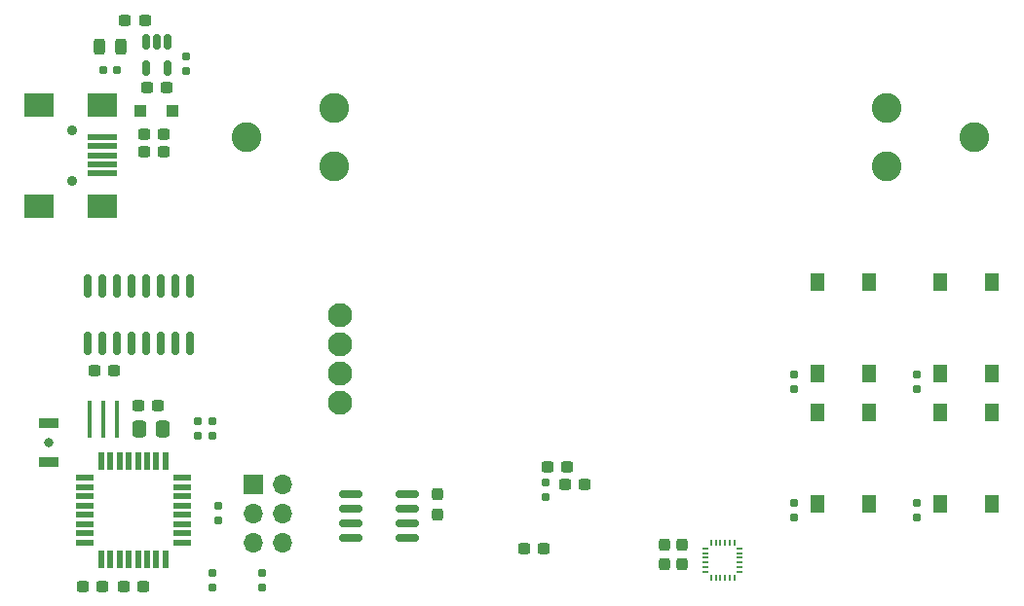
<source format=gbr>
                                                                                                                                                                                                                                                                                                                                                                                                                                                                                                                                                                                                                                                                                                                                                                                                                                                                                                                                                                                                                                                                                                                                                                                                                                                                                                                                                                                                                                                                                                                                                                                                                                                                                                                                                                                                                                                                                                                                                                                                                                                                                                                                                                                                                                                                                                                                                                                                                                                                                                                                                                                                                                                                                                                                                                                                                                                                                                                                                                                                                                                                                                                                                                                                                                                                                                                                                                                                                                                                                                                                                                                                                                                                                                                                                                                                                                                                                                                                                                                                                                                                                                                                                                                                                                                                                                                                                                                                                                                                                                                                                                                                                                                                                                                                                                                                                                                                                                                                                                                                                                                                                                                                                                                                                                                                                                                                                                                                                                                                                                                                                                                                                                                                                                                                                                                                                                                                                                                                                                                                                                                                                                                                                                                                                                                                                                                                                                                                                                                                                                                                                                                                                                                                                                                                                                                                                                                                                                                                                                                                                                                                                                                                                                                                                                                                                                                                                                                                                                                                                                                                                                                                                                                                                                                                                                                                                                                                                                                                                                                                                                                                                                                                                                                                                                                                                                                                                                                                                                                                                                                                                                                                                                                                                                                                                                                                                                                                                                                                                                                                                                                                                                                                                                                                                                                                                                                                                                                                                                                                                                                                                                                                                                                                                                                                                                                                                                                                                                                                                                                                                                                                                                                                                                                                                                                                                                                                                                                                                                                                                                                                                                                                                                                                                                                                                                                                                                                                                                                                                                                                                                                                                                                                                                                                                                                                                                                                                                                                                                                                                                                                                                                                                                                                                                                                                                                                                                                                                                                                                                                                                                                                                                                                                                                                                                                                                                                                                                                                                                                                                                                                                                                                                                                                                                                                                                                                                                                                                                                                                                                                                                                                                                                                                                                                                                                                                                                                                                                                                                                                                                                                                                                                                                                                                                                                                                                                                                                                                                                                                                                                                                                                                                                                                                                                                                                                                                                                                                                                                                                                                                                                                                                                                                                                                                                                                                                                                                                                                                                                                                                                                                                                                                                                                                                                                                                                                                                                                                                                                                                                                                                                                                                                                                                                                                                                                                                                                                                                                                                                                                                                                                                                                                                                                                                                                                                                                                                                                                                                                                                                                                                                                                                                                                                                                                                                                                                                                                                                                                                                                                                                                                                                                                                                                                                                                                                                                                                                                                                                                                                                                                                                                                                                                                                                                                                                                                                                                                                                                                                                                                                                                                                                                                                                                                                                                                                                                                                                                                                                                                                                                                                                                                                                                                                                                                                                                                                                                                                                                                                                                                                                                                                                                                                                                                                                                                                                                                                                                                                                                                                                                                                                                                                                                                                                                                                                                                                                                                                                                                                                                                                                                                                                                                                                                                                                                                                                                                                                                                                                                                                                                                                                                                                                                                                                                                                                                                                                                                                                                                                                                                                                                                                                                                                                                                                                                                                                                                                                                                                                                                                                                                                                                                                                                                                                                                                                                                                                                                                                                                                                                                                                                                                                                                                                                                                                                                                                                                                                                                                                                                                                                                                                                                                                                                                                                                                                                                                                                                                                                                                                                                                                                                                                                                                                                                                                                                                                                                                                                                                                                                                                                                                                                                                                                                                                                                                                                                                                                                                                                                                                                                                                                                                                                                                                                                                                                                                                                                                                                                                                                                                                                                                                                                                                                                                                                                                                                                                                                                                                                                                                                                                                                                                                                                                                                                                                                                                                                                                                                                                                                                                                                                                                                                                                                                                                                                                                                                                                                                                                                                                                                                                                                                                                                                                                                                                                                                                                                                                                                                                                                                                                                                                                                                                                                                                                                                                                                                                                                                                                                                                                                                                                                                                                                                                                                                                                                                                                                                                                                                                                                                                                                                                                                                                                                                                                                                                                                                                                                                                                                                                                                                                                                                                                                                                                                                                                                                                                                                                                                                                                                                                                                                                                                                                                                                                                                                                                                                                                                                                                                                                                                                                                                                                                                                                                                                                                                                                                                                                                                                                                                                                                                                                                                                                                                                                                                                                                                                                                                                                                                                                                                                                                                                                                                                                                                                                                                                                                                                                                                                                                                                                                                                                                                                                                                                                                                                                                                                                                                                                                                                                                                                                                                                                                                                                                                                                                                                                                                                                                                                                                                                                                                                                                                                                                                                                                                                                                                                                                                                                                                                                                                                                                                                                                                                                                                                                                                                                                                                                                                                                                                                                                                                                                                                                                                                                                                                                                                                                                                                                                                                                                                                                                                                                                                                                                                                                                                                                                                                                                                                                                                                                                                                                                                                                                                                                                                                                                                                                                                                                                                                                                                                                                                                                                                                                                                                                                                                                                                                                                                                                                                                                                                                                                                                                                                                                                                                                                                                                                                                                                                                                                                                                                                                                                                                                                                                                                                                                                                                                                                                                                                                                                                                                                                                                                                                                                                                                                                                                                                                                                                                                                                                                                                                                                                                                                                                                                                                                                                                                                                                                                                                                                                                                                                                                                                                                                                                                                                                                                                                                                                                                                                                                                                                                                                                                                                                                                                                                                                                                                                                                                                                                                                                                                                                                                                                                                                                                                                                                                                                                                                                                                                                                                                                                                                                                                                                                                                                                                                                                                                                                                                                                                                                                                                                                                                                                                                                                                                                                                                                                                                                                                                                                                                                                                                                                                                                                                                                                                                                                                                                                                                                                                                                                                                                                                                                                                                                                                                                                                                                                                                                                                                                                                                                                                                                                                                                                                                                                                                                                                                                                                                                                                                                                                                                                                                                                                                                                                                                                                                                                                                                                                                                                                                                                                                                                                                                                                                                                                                                                                                                                                                                                                                                                                                                                                                                                                                                                                                                                                                                                                                                                                                                                                                                                                                                                                                                                                                                                                                                                                                                                                                                                                                                                                                                                                                                                                                                                                                                                                                                                                                                                                                                                                                                                                                                                                                                                                                                                                                                                                                                                                                                                                                                                                                                                                                                                                                                                                                                                                                                                                                                                                                                                                                                                                                                                                                                                                                                                                                                                                                                                                                                                                                                                                                                                                                                                                                                                                                                                                                                                                                                                                                                                                                                                                                                                                                                                                                                                                                                                                                                                                                                                                                                                                                                                                                                                                                                                                                                                                                                                                                                                                                                                                                                                                                                                                                                                                                                                                                                                                                                                                                                                                                                                                                                                                                                                                                                                                                                                                                                                                                                                                                                                                                                                                                                                                                                                                                                                                                                                                                                                                                                                                                                                                                                                                                                                                                                                                                                                                                                                                                                                                                                                                                                                                                                                                                                                                                                                                                                                                                                                                                                                                                                                                                                                                                                                                                                                                                                                                                                                                                                                                                                                                                                                                                                                                                                                                                                                                                                                                                                                                                                                                                                                                                                                                                                                                                                                                                                                                                                                                                                                                                                                                                                                                                                                                                                                                                                                                                                                                                                                                                                                                                                                                                                                                                                                                                                                                                                                                                                                                                                                                                                                                                                                                                                                                                                                                                                                                                                                                                                                                                                                                                                                                                                                                                                                                                                                                                                                                                                                                                                                                                                                                                                                                                                                                                                                                                                                                                                                                                                                                                                                                                                                                                                                                                                                                                                                                                                                                                                                                                                                                                                                                                                                                                                                                                                                                                                                                                                                                                                                                                                                                                                                                                                                                                                                                                                                                                                                                                                                                                                                                                                                                                                                                                                                                                                                                                                                                                                                                                                                                                                                                                                                                                                                                                                                                                                                                                                                                                                                                                                                                                                                                                                                                                                                                                                                                                                                                                                                                                                                                                                                                                                                                                                                                                                                                                                                                                                                                                                                                                                                                                                                                                                                                                                                                                                                                                                                                                                                                                                                                                                                                                                                                                                                                                                                                                                                                                                                                                                                                                                                                                                                                                                                                                                                                                                                                                                                                                                                                                                                                                                                                                                                                                                                                                                                                                                                                                                                                                                                                                                                                                                                                                                                                                                                                                                                                                                                                                                                                                                                                                                                                                                                                                                                                                                                                                                                                                                                                                                                                                                                                                                                                                                                                                                                                                                                                                                                                                                                                                                                                                                                                                                                                                                                                                                                                                                                                                                                                                                                                                                                                                                                                                                                                                                                                                                                                                                                                                                                                                                                                                                                                                                                                                                                                                                                                                                                                                                                                                                                                                                                                                                                                                                                                                                                                                                                                                                                                                                                                                                                                                                                                                                                                                                                                                                                                                                                                                                                                                                                                                                                                                                                                                                                                                                                                                                                                                                                                                                                                                                                                                                                                                                                                                                                                                                                                                                                                                                                                                                                                                                                                                                                                                                                                                                                                                                                                                                                                                                                                                                                                                                                                                                                                                                                                                                                                                                                                                                                                                                                                                                                                                                                                                                                                                                                                                                                                                                                                                                                                                                                                                                                                                                                                                                                                                                                                                                                                                                                                                                                                                                                                                                                                                                                                                                                                                                                                                                                                                                                                                                                                                                                                                                                                                                                                                                                                                                                                                                                                                                                                                                                                                                                                                                                                                                                                                                                                                                                                                                                                                                                                                                                                                                                                                                                                                                                                                                                                                                                                                                                                                                                                                                                                                                                                                                                                                                                                                                                                                                                                                                                                                                                                                                                                                                                                                                                                                                                                                                                                                                                                                                                                                                                                                                                                                                                                                                                                                                                                                                                                                                                                                                                                                                                                                                                                                                                                                                                                                                                                                                                                                                                                                                                                                                                                                                                                                                                                                                                                                                                                                                                                                                                                                                                                                                                                                                                                                                                                                                                                                                                                                                                                                                                                                                                                                                                                                                                                                                                                                                                                                                                                                                                                                                                                                                                                                                                                                                                                                                                                                                                                                                                                                                                                                                                                                                                                                                                                                                                                                                                                                                                                                                                                                                                                                                                                                                                                                                                                                                                                                                                                                                                                                                                                                                                                                                                                                                                                                                                                                                                                                                                                                                                                                                                                                                                                                                                                                                                                                                                                                                                                                                                                                                                                                                                                                                                                                                                                                                                                                                                                                                                                                                                                                                                                                                                                                                                                                                                                                                                                                                                                                                                                                                                                                                                                                                                                                                                                                                                                                                                                                                                                                                                                                                                                                                                                                                                                                                                                                                                                                                                                                                                                                                                                                                                                                                                                                                                                                                                                                                                                                                                                                                                                                                                                                                                                                                                                                                                                                                                                                                                                                                                                                                                                                                                                                                                                                                                                                                                                                                                                                                                                                                                                                                                                                                                                                                                                                                                                                                                                                                                                                                                                                                                                                                                                                                                                                                                                                                                                                                                                                                                                                                                                                                                                                                                                                                                                                                                                                                                                                                                                                                                                                                                                                                                                                                                                                                                                                                                                                                                                                                                                                                                                                                                                                                                                                                                                                                                                                                                                                                                                                                                                                                                                                                                                                                                                                                                                                                                                                                                                                                                                                                                                                                                                                                                                                                                                                                                                                                                                                                                                                                                                                                                                                                                                                                                                                                                                                                                                                                                                                                                                                                                                                                                                                                                                                                                                                                                                                                                                                                                                                                                                                                                                                                                                                                                                                                                                                                                                                                                                                                                                                                                                                                                                                                                                                                                                                                                                                                                                                                                                                                                                                                                                                                                                                                                                                                                                                                                                                                                                                                                                                                                                                                                                                                                                                                                                                                                                                                                                                                                                                                                                                                                                                                                                                                                                                                                                                                                                                                                                                                                                                                                                                                                                                                                                                                                                                                                                                                                                                                                                                                                                                                                                                                                                                                                                                                                                                                                                                                                                                                                                                                                                                                                                                                                                                                                                                                                                                                                                                                                                                                                                                                                                                                                                                                                                                                                                                                                                                                                                                                                                                                                                                                                                                                                                                                                                                                                                                                                                                                                                                                                                                                                                                                                                                                                                                                                                                                                                                                                                                                                                                                                                                                                                                                                                                                                                                                                                                                                                                                                                                                                                                                                                                                                                                                                                                                                                                                                                                                                                                                                                                                                                                                                                                                                                                                                                                                                                                                                                                                                                                                                                                                                                                                                                                                                                                                                                                                                                                                                                                                                                                                                                                                                                                                                                                                                                                                                                                                                                                                                                                                                                                                                                                                                                                                                                                                                                                                                                                                                                                                                                                                                                                                                                                                                                                                                                                                                                                                                                                                                                                                                                                                                                                                                                                                                                                                                                                                                                                                                                                                                                                                                                                                                                                                                                                                                                                                                                                                                                                                                                                                                                                                                                                                                                                                                                                                                                                                                                                                                                                                                                                                                                                                                                                                                                                                                                                                                                                                                                                                                                                                                                                                                                                                                                                                                                                                                                                                                                                                                                                                                                                                                                                                                                                                                                                                                                                                                                                                                                                                                                                                                                                                                                                                                                                                                                                                                                                                                                                                                                                                                                                                                                                                                                                                                                                                                                                                                                                                                                                                                                                                                                                                                                                                                                                                                                                                                                                                                                                                                                                                                                                                                                                                                                                                                                                                                                                                                                                                                                                                                                                                                                                                                                                                                                                                                                                                                                                                                                                                                                                                                                                                                                                                                                                                                                                                                                                                                                                                                                                                                                                                                                                                                                                                                                                                                                                                                                                                                                                                                                                                                                                                                                                                                                                                                                                                                                                                                                                                                                                                                                                                                                                                                                                                                                                                                                                                                                                                                                                                                                                                                                                                                                                                                                                                                                                                                                                                                                                                                                                                                                                                                                                                                                                                                                                                                                                                                                                                                                                                                                                                                                                                                                                                                                                                                                                                                                                                                                                                                                                                                                                                                                                                                                                                                                                                                                                                                                                                                                                                                                                                                                                                                                                                                                                                                                                                                                                                                                                                                                                                                                                                                                                                                                                                                                                                                                                                                                                                                                                                                                                                                                                                                                                                                                                                                                                                                                                                                                                                                                                                                                                                                                                                                                                                                                                                                                                                                                                                                                                                                                                                                                                                                                                                                                                                                                                                                                                                                                                                                                                                                                                                                                                                                                                                                                                                                                                                                                                                                                                                                                                                                                                                                                                                                                                                                                                                                                                                                                                                                                                                                                                                                                                                                                                                                                                                                                                                                                                                                                                                                                                                                                                                                                                                                                                                                                                                                                                                                                                                                                                                                                                                                                                                                                                                                                                                                                                                                                                                                                                                                                                                                                                                                                                                                                                                                                                                                                                                                                                                                                                                                                                                                                                                                                                                                                                                                                                                                                                                                                                                                                                                                                                                                                                                                                                                                                                                                                                                                                                                                                                                                                                                                                                                                                                                                                                                                                                                                                                                                                                                                                                                                                                                                                                                                                                                                                                                                                                                                                                                                                                                                                                                                                                                                                                                                                                                                                                                                                                                                                                                                                                                                                                                                                                                                                                                                                                                                                                                                                                                                                                                                                                                                                                                                                                                                                                                                                                                                                                                                                                                                                                                                                                                                                                                                                                                                                                                                                                                                                                                                                                                                                                                                                                                                                                                                                                                                                                                                                                                                                                                                                                                                                                                                                                                                                                                                                                                                                                                                                                                                                                                                                                                                                                                                                                                                                                                                                                                                                                                                                                                                                                                                                                                                                                                                                                                                                                                                                                                                                                                                                                                                                                                                                                                                                                                                                                                                                                                                                                                                                                                                                                                                                                                                                                                                                                                                                                                                                                                                                                                                                                                                                                                                                                                                                                                                                                                                                                                                                                                                                                                                                                                                                                                                                                                                                                                                                                                                                                                                                                                                                                                                                                                                                                                                                                                                                                                                                                                                                                                                                                                                                                                                                                                                                                                                                                                                                                                                                                                                                                                                                                                                                                                                                                                                                                                                                                                                                                                                                                                                                                                                                                                                                                                                                                                                                                                                                                                                                                                                                                                                                                                                                                                                                                                                                                                                                                                                                                                                                                                                                                                                                                                                                                                                                                                                                                                                                                                                                                                                                                                                                                                                                                                                                                                                                                                                                                                                                                                                                                                                                                                                                                                                                                                                                                                                                                                                                                                                                                                                                                                                                                                                                                                                                                                                                                                                                                                                                                                                                                                                                                                                                                                                                                                                                                                                                                                                                                                                                                                                                                                                                                                                                                                                                                                                                                                                                                                                                                                                                                                                                                                                                                                                                                                                                                                                                                                                                                                                                                                                                                                                                                                                                                                                                                                                                                                                                                                                                                                                                                                                                                                                                                                                                                                                                                                                                                                                                                                                                                                                                                                                                                                                                                                                                                                                                                                                                                                                                                                                                                                                                                                                                                                                                                                                                                                                                                                                                                                                                                                                                                                                                                                                                                                                                                                                                                                                                                                                                                                                                                                                                                                                                                                                                                                                                                                                                                                                                                                                                                                                                                                                                                                                                                                                                                                                                                                                                                                                                                                                                                                                                                                                                                                                                                                                                                                                                                                                                                                                                                                                                                                                                                                                                                                                                                                                                                                                   %TF.GenerationSoftware,KiCad,Pcbnew,7.0.7*%
%TF.CreationDate,2023-09-10T20:13:10+02:00*%
%TF.ProjectId,Riddle_PCB,52696464-6c65-45f5-9043-422e6b696361,rev?*%
%TF.SameCoordinates,Original*%
%TF.FileFunction,Soldermask,Top*%
%TF.FilePolarity,Negative*%
%FSLAX46Y46*%
G04 Gerber Fmt 4.6, Leading zero omitted, Abs format (unit mm)*
G04 Created by KiCad (PCBNEW 7.0.7) date 2023-09-10 20:13:10*
%MOMM*%
%LPD*%
G01*
G04 APERTURE LIST*
G04 Aperture macros list*
%AMRoundRect*
0 Rectangle with rounded corners*
0 $1 Rounding radius*
0 $2 $3 $4 $5 $6 $7 $8 $9 X,Y pos of 4 corners*
0 Add a 4 corners polygon primitive as box body*
4,1,4,$2,$3,$4,$5,$6,$7,$8,$9,$2,$3,0*
0 Add four circle primitives for the rounded corners*
1,1,$1+$1,$2,$3*
1,1,$1+$1,$4,$5*
1,1,$1+$1,$6,$7*
1,1,$1+$1,$8,$9*
0 Add four rect primitives between the rounded corners*
20,1,$1+$1,$2,$3,$4,$5,0*
20,1,$1+$1,$4,$5,$6,$7,0*
20,1,$1+$1,$6,$7,$8,$9,0*
20,1,$1+$1,$8,$9,$2,$3,0*%
G04 Aperture macros list end*
%ADD10C,0.800000*%
%ADD11R,1.700000X0.900000*%
%ADD12RoundRect,0.250000X0.300000X0.300000X-0.300000X0.300000X-0.300000X-0.300000X0.300000X-0.300000X0*%
%ADD13C,2.590800*%
%ADD14R,0.400000X3.200000*%
%ADD15RoundRect,0.050000X-0.050000X0.225000X-0.050000X-0.225000X0.050000X-0.225000X0.050000X0.225000X0*%
%ADD16RoundRect,0.050000X0.225000X0.050000X-0.225000X0.050000X-0.225000X-0.050000X0.225000X-0.050000X0*%
%ADD17RoundRect,0.150000X-0.825000X-0.150000X0.825000X-0.150000X0.825000X0.150000X-0.825000X0.150000X0*%
%ADD18RoundRect,0.150000X-0.150000X0.825000X-0.150000X-0.825000X0.150000X-0.825000X0.150000X0.825000X0*%
%ADD19R,0.550000X1.600000*%
%ADD20R,1.600000X0.550000*%
%ADD21RoundRect,0.150000X-0.150000X0.512500X-0.150000X-0.512500X0.150000X-0.512500X0.150000X0.512500X0*%
%ADD22R,1.300000X1.550000*%
%ADD23RoundRect,0.160000X-0.160000X0.197500X-0.160000X-0.197500X0.160000X-0.197500X0.160000X0.197500X0*%
%ADD24RoundRect,0.160000X0.160000X-0.197500X0.160000X0.197500X-0.160000X0.197500X-0.160000X-0.197500X0*%
%ADD25RoundRect,0.160000X-0.197500X-0.160000X0.197500X-0.160000X0.197500X0.160000X-0.197500X0.160000X0*%
%ADD26C,2.100000*%
%ADD27C,0.900000*%
%ADD28R,2.500000X0.500000*%
%ADD29R,2.500000X2.000000*%
%ADD30R,1.700000X1.700000*%
%ADD31O,1.700000X1.700000*%
%ADD32RoundRect,0.243750X0.243750X0.456250X-0.243750X0.456250X-0.243750X-0.456250X0.243750X-0.456250X0*%
%ADD33RoundRect,0.237500X-0.237500X0.300000X-0.237500X-0.300000X0.237500X-0.300000X0.237500X0.300000X0*%
%ADD34RoundRect,0.237500X0.300000X0.237500X-0.300000X0.237500X-0.300000X-0.237500X0.300000X-0.237500X0*%
%ADD35RoundRect,0.237500X-0.300000X-0.237500X0.300000X-0.237500X0.300000X0.237500X-0.300000X0.237500X0*%
%ADD36RoundRect,0.250000X-0.337500X-0.475000X0.337500X-0.475000X0.337500X0.475000X-0.337500X0.475000X0*%
G04 APERTURE END LIST*
D10*
%TO.C,RST*%
X108000000Y-99000000D03*
D11*
X108000000Y-100700000D03*
X108000000Y-97300000D03*
%TD*%
D12*
%TO.C,D2*%
X118748000Y-70104000D03*
X115948000Y-70104000D03*
%TD*%
D13*
%TO.C,POS*%
X132766000Y-74930000D03*
X132766000Y-69850000D03*
X125146000Y-72390000D03*
%TD*%
%TO.C,NEG*%
X180766000Y-69850000D03*
X180766000Y-74930000D03*
X188386000Y-72390000D03*
%TD*%
D14*
%TO.C,Y1*%
X111506000Y-97000000D03*
X112706000Y-97000000D03*
X113906000Y-97000000D03*
%TD*%
D15*
%TO.C,U8*%
X167532000Y-110744000D03*
X167132000Y-110744000D03*
X166732000Y-110744000D03*
X166332000Y-110744000D03*
X165932000Y-110744000D03*
X165532000Y-110744000D03*
D16*
X165032000Y-110244000D03*
X165032000Y-109844000D03*
X165032000Y-109444000D03*
X165032000Y-109044000D03*
X165032000Y-108644000D03*
X165032000Y-108244000D03*
D15*
X165532000Y-107744000D03*
X165932000Y-107744000D03*
X166332000Y-107744000D03*
X166732000Y-107744000D03*
X167132000Y-107744000D03*
X167532000Y-107744000D03*
D16*
X168032000Y-108244000D03*
X168032000Y-108644000D03*
X168032000Y-109044000D03*
X168032000Y-109444000D03*
X168032000Y-109844000D03*
X168032000Y-110244000D03*
%TD*%
D17*
%TO.C,U5*%
X134177000Y-103505000D03*
X134177000Y-104775000D03*
X134177000Y-106045000D03*
X134177000Y-107315000D03*
X139127000Y-107315000D03*
X139127000Y-106045000D03*
X139127000Y-104775000D03*
X139127000Y-103505000D03*
%TD*%
D18*
%TO.C,U4*%
X120269000Y-85409000D03*
X118999000Y-85409000D03*
X117729000Y-85409000D03*
X116459000Y-85409000D03*
X115189000Y-85409000D03*
X113919000Y-85409000D03*
X112649000Y-85409000D03*
X111379000Y-85409000D03*
X111379000Y-90359000D03*
X112649000Y-90359000D03*
X113919000Y-90359000D03*
X115189000Y-90359000D03*
X116459000Y-90359000D03*
X117729000Y-90359000D03*
X118999000Y-90359000D03*
X120269000Y-90359000D03*
%TD*%
D19*
%TO.C,U3*%
X118116000Y-100652000D03*
X117316000Y-100652000D03*
X116516000Y-100652000D03*
X115716000Y-100652000D03*
X114916000Y-100652000D03*
X114116000Y-100652000D03*
X113316000Y-100652000D03*
X112516000Y-100652000D03*
D20*
X111066000Y-102102000D03*
X111066000Y-102902000D03*
X111066000Y-103702000D03*
X111066000Y-104502000D03*
X111066000Y-105302000D03*
X111066000Y-106102000D03*
X111066000Y-106902000D03*
X111066000Y-107702000D03*
D19*
X112516000Y-109152000D03*
X113316000Y-109152000D03*
X114116000Y-109152000D03*
X114916000Y-109152000D03*
X115716000Y-109152000D03*
X116516000Y-109152000D03*
X117316000Y-109152000D03*
X118116000Y-109152000D03*
D20*
X119566000Y-107702000D03*
X119566000Y-106902000D03*
X119566000Y-106102000D03*
X119566000Y-105302000D03*
X119566000Y-104502000D03*
X119566000Y-103702000D03*
X119566000Y-102902000D03*
X119566000Y-102102000D03*
%TD*%
D21*
%TO.C,U1*%
X118298000Y-64140500D03*
X117348000Y-64140500D03*
X116398000Y-64140500D03*
X116398000Y-66415500D03*
X118298000Y-66415500D03*
%TD*%
D22*
%TO.C,D*%
X185456000Y-104310000D03*
X185456000Y-96350000D03*
X189956000Y-104310000D03*
X189956000Y-96350000D03*
%TD*%
%TO.C,C*%
X174788000Y-104310000D03*
X174788000Y-96350000D03*
X179288000Y-104310000D03*
X179288000Y-96350000D03*
%TD*%
%TO.C,B*%
X185456000Y-92980000D03*
X185456000Y-85020000D03*
X189956000Y-92980000D03*
X189956000Y-85020000D03*
%TD*%
%TO.C,A*%
X174788000Y-92980000D03*
X174788000Y-85020000D03*
X179288000Y-92980000D03*
X179288000Y-85020000D03*
%TD*%
D23*
%TO.C,R14*%
X151130000Y-102526500D03*
X151130000Y-103721500D03*
%TD*%
%TO.C,R13*%
X183388000Y-104304500D03*
X183388000Y-105499500D03*
%TD*%
%TO.C,R12*%
X172720000Y-104304500D03*
X172720000Y-105499500D03*
%TD*%
%TO.C,R11*%
X183388000Y-93128500D03*
X183388000Y-94323500D03*
%TD*%
%TO.C,R10*%
X172720000Y-93128500D03*
X172720000Y-94323500D03*
%TD*%
%TO.C,R7*%
X122682000Y-104558500D03*
X122682000Y-105753500D03*
%TD*%
D24*
%TO.C,R6*%
X120904000Y-98387500D03*
X120904000Y-97192500D03*
%TD*%
%TO.C,R5*%
X122174000Y-98387500D03*
X122174000Y-97192500D03*
%TD*%
%TO.C,R4*%
X126492000Y-111595500D03*
X126492000Y-110400500D03*
%TD*%
D23*
%TO.C,R3*%
X122174000Y-110400500D03*
X122174000Y-111595500D03*
%TD*%
D25*
%TO.C,R2*%
X112686500Y-66548000D03*
X113881500Y-66548000D03*
%TD*%
D24*
%TO.C,R1*%
X119888000Y-66637500D03*
X119888000Y-65442500D03*
%TD*%
D26*
%TO.C,DISPLAY*%
X133280000Y-87884000D03*
X133280000Y-90424000D03*
X133280000Y-92964000D03*
X133280000Y-95504000D03*
%TD*%
D27*
%TO.C,J4*%
X110000000Y-76200000D03*
X110000000Y-71800000D03*
D28*
X112600000Y-72400000D03*
X112600000Y-73200000D03*
X112600000Y-74000000D03*
X112600000Y-74800000D03*
X112600000Y-75600000D03*
D29*
X107100000Y-78400000D03*
X112600000Y-78400000D03*
X112600000Y-69600000D03*
X107100000Y-69600000D03*
%TD*%
D30*
%TO.C,PRG*%
X125730000Y-102616000D03*
D31*
X128270000Y-102616000D03*
X125730000Y-105156000D03*
X128270000Y-105156000D03*
X125730000Y-107696000D03*
X128270000Y-107696000D03*
%TD*%
D32*
%TO.C,D1*%
X114221500Y-64516000D03*
X112346500Y-64516000D03*
%TD*%
D33*
%TO.C,C19*%
X161436000Y-109622500D03*
X161436000Y-107897500D03*
%TD*%
%TO.C,C18*%
X162960000Y-107897500D03*
X162960000Y-109622500D03*
%TD*%
D34*
%TO.C,C17*%
X150976500Y-108204000D03*
X149251500Y-108204000D03*
%TD*%
D35*
%TO.C,C16*%
X152807500Y-102616000D03*
X154532500Y-102616000D03*
%TD*%
%TO.C,C15*%
X151283500Y-101092000D03*
X153008500Y-101092000D03*
%TD*%
D33*
%TO.C,C12*%
X141732000Y-103531500D03*
X141732000Y-105256500D03*
%TD*%
D35*
%TO.C,C11*%
X116231500Y-73660000D03*
X117956500Y-73660000D03*
%TD*%
%TO.C,C10*%
X116231500Y-72136000D03*
X117956500Y-72136000D03*
%TD*%
%TO.C,C9*%
X111913500Y-92710000D03*
X113638500Y-92710000D03*
%TD*%
D36*
%TO.C,C8*%
X115802500Y-97790000D03*
X117877500Y-97790000D03*
%TD*%
D35*
%TO.C,C7*%
X114453500Y-111506000D03*
X116178500Y-111506000D03*
%TD*%
D34*
%TO.C,C6*%
X112622500Y-111506000D03*
X110897500Y-111506000D03*
%TD*%
D35*
%TO.C,C5*%
X115723500Y-95758000D03*
X117448500Y-95758000D03*
%TD*%
D34*
%TO.C,C2*%
X116332000Y-62230000D03*
X114607000Y-62230000D03*
%TD*%
D35*
%TO.C,C1*%
X116485500Y-68072000D03*
X118210500Y-68072000D03*
%TD*%
M02*

</source>
